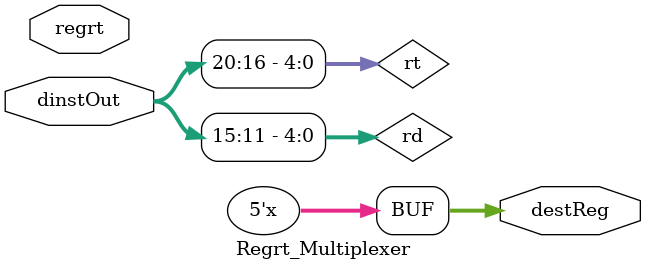
<source format=v>
`timescale 1ns / 1ps


module Regrt_Multiplexer(
    input [31:0] dinstOut,
    input regrt,
    
    output reg [4:0] destReg
    );
    reg [4:0] rd;
    reg [4:0] rt;
    always @(*)
    begin
        rd <= dinstOut[15:11];
        rt <= dinstOut[20:16];
        case(regrt)
            1'b0: destReg <= rd;
            1'b1: destReg <= rt;
        endcase
    end
endmodule



</source>
